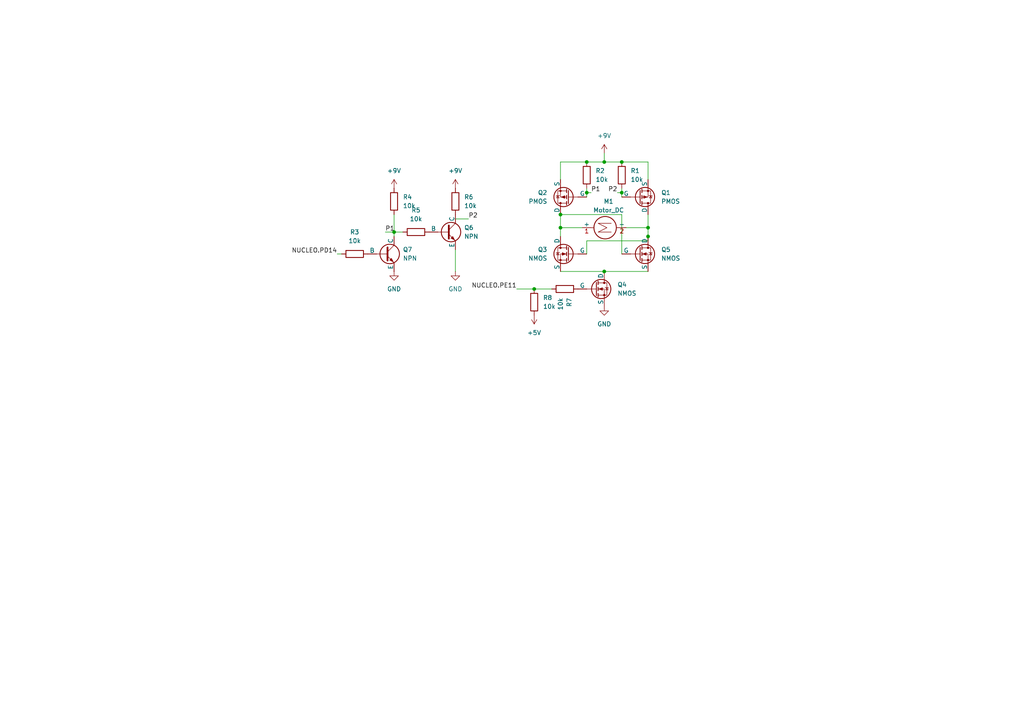
<source format=kicad_sch>
(kicad_sch
	(version 20250114)
	(generator "eeschema")
	(generator_version "9.0")
	(uuid "f6d27d4a-65ce-471e-a366-614f8476c2d8")
	(paper "A4")
	(lib_symbols
		(symbol "Device:R"
			(pin_numbers
				(hide yes)
			)
			(pin_names
				(offset 0)
			)
			(exclude_from_sim no)
			(in_bom yes)
			(on_board yes)
			(property "Reference" "R"
				(at 2.032 0 90)
				(effects
					(font
						(size 1.27 1.27)
					)
				)
			)
			(property "Value" "R"
				(at 0 0 90)
				(effects
					(font
						(size 1.27 1.27)
					)
				)
			)
			(property "Footprint" ""
				(at -1.778 0 90)
				(effects
					(font
						(size 1.27 1.27)
					)
					(hide yes)
				)
			)
			(property "Datasheet" "~"
				(at 0 0 0)
				(effects
					(font
						(size 1.27 1.27)
					)
					(hide yes)
				)
			)
			(property "Description" "Resistor"
				(at 0 0 0)
				(effects
					(font
						(size 1.27 1.27)
					)
					(hide yes)
				)
			)
			(property "ki_keywords" "R res resistor"
				(at 0 0 0)
				(effects
					(font
						(size 1.27 1.27)
					)
					(hide yes)
				)
			)
			(property "ki_fp_filters" "R_*"
				(at 0 0 0)
				(effects
					(font
						(size 1.27 1.27)
					)
					(hide yes)
				)
			)
			(symbol "R_0_1"
				(rectangle
					(start -1.016 -2.54)
					(end 1.016 2.54)
					(stroke
						(width 0.254)
						(type default)
					)
					(fill
						(type none)
					)
				)
			)
			(symbol "R_1_1"
				(pin passive line
					(at 0 3.81 270)
					(length 1.27)
					(name "~"
						(effects
							(font
								(size 1.27 1.27)
							)
						)
					)
					(number "1"
						(effects
							(font
								(size 1.27 1.27)
							)
						)
					)
				)
				(pin passive line
					(at 0 -3.81 90)
					(length 1.27)
					(name "~"
						(effects
							(font
								(size 1.27 1.27)
							)
						)
					)
					(number "2"
						(effects
							(font
								(size 1.27 1.27)
							)
						)
					)
				)
			)
			(embedded_fonts no)
		)
		(symbol "Motor:Motor_DC"
			(pin_names
				(offset 0)
			)
			(exclude_from_sim no)
			(in_bom yes)
			(on_board yes)
			(property "Reference" "M"
				(at 2.54 2.54 0)
				(effects
					(font
						(size 1.27 1.27)
					)
					(justify left)
				)
			)
			(property "Value" "Motor_DC"
				(at 2.54 -5.08 0)
				(effects
					(font
						(size 1.27 1.27)
					)
					(justify left top)
				)
			)
			(property "Footprint" ""
				(at 0 -2.286 0)
				(effects
					(font
						(size 1.27 1.27)
					)
					(hide yes)
				)
			)
			(property "Datasheet" "~"
				(at 0 -2.286 0)
				(effects
					(font
						(size 1.27 1.27)
					)
					(hide yes)
				)
			)
			(property "Description" "DC Motor"
				(at 0 0 0)
				(effects
					(font
						(size 1.27 1.27)
					)
					(hide yes)
				)
			)
			(property "ki_keywords" "DC Motor"
				(at 0 0 0)
				(effects
					(font
						(size 1.27 1.27)
					)
					(hide yes)
				)
			)
			(property "ki_fp_filters" "PinHeader*P2.54mm* TerminalBlock*"
				(at 0 0 0)
				(effects
					(font
						(size 1.27 1.27)
					)
					(hide yes)
				)
			)
			(symbol "Motor_DC_0_0"
				(polyline
					(pts
						(xy -1.27 -3.302) (xy -1.27 0.508) (xy 0 -2.032) (xy 1.27 0.508) (xy 1.27 -3.302)
					)
					(stroke
						(width 0)
						(type default)
					)
					(fill
						(type none)
					)
				)
			)
			(symbol "Motor_DC_0_1"
				(polyline
					(pts
						(xy 0 2.032) (xy 0 2.54)
					)
					(stroke
						(width 0)
						(type default)
					)
					(fill
						(type none)
					)
				)
				(polyline
					(pts
						(xy 0 1.7272) (xy 0 2.0828)
					)
					(stroke
						(width 0)
						(type default)
					)
					(fill
						(type none)
					)
				)
				(circle
					(center 0 -1.524)
					(radius 3.2512)
					(stroke
						(width 0.254)
						(type default)
					)
					(fill
						(type none)
					)
				)
				(polyline
					(pts
						(xy 0 -4.7752) (xy 0 -5.1816)
					)
					(stroke
						(width 0)
						(type default)
					)
					(fill
						(type none)
					)
				)
				(polyline
					(pts
						(xy 0 -7.62) (xy 0 -7.112)
					)
					(stroke
						(width 0)
						(type default)
					)
					(fill
						(type none)
					)
				)
			)
			(symbol "Motor_DC_1_1"
				(pin passive line
					(at 0 5.08 270)
					(length 2.54)
					(name "+"
						(effects
							(font
								(size 1.27 1.27)
							)
						)
					)
					(number "1"
						(effects
							(font
								(size 1.27 1.27)
							)
						)
					)
				)
				(pin passive line
					(at 0 -7.62 90)
					(length 2.54)
					(name "-"
						(effects
							(font
								(size 1.27 1.27)
							)
						)
					)
					(number "2"
						(effects
							(font
								(size 1.27 1.27)
							)
						)
					)
				)
			)
			(embedded_fonts no)
		)
		(symbol "Simulation_SPICE:NMOS"
			(pin_numbers
				(hide yes)
			)
			(pin_names
				(offset 0)
			)
			(exclude_from_sim no)
			(in_bom yes)
			(on_board yes)
			(property "Reference" "Q"
				(at 5.08 1.27 0)
				(effects
					(font
						(size 1.27 1.27)
					)
					(justify left)
				)
			)
			(property "Value" "NMOS"
				(at 5.08 -1.27 0)
				(effects
					(font
						(size 1.27 1.27)
					)
					(justify left)
				)
			)
			(property "Footprint" ""
				(at 5.08 2.54 0)
				(effects
					(font
						(size 1.27 1.27)
					)
					(hide yes)
				)
			)
			(property "Datasheet" "https://ngspice.sourceforge.io/docs/ngspice-html-manual/manual.xhtml#cha_MOSFETs"
				(at 0 -12.7 0)
				(effects
					(font
						(size 1.27 1.27)
					)
					(hide yes)
				)
			)
			(property "Description" "N-MOSFET transistor, drain/source/gate"
				(at 0 0 0)
				(effects
					(font
						(size 1.27 1.27)
					)
					(hide yes)
				)
			)
			(property "Sim.Device" "NMOS"
				(at 0 -17.145 0)
				(effects
					(font
						(size 1.27 1.27)
					)
					(hide yes)
				)
			)
			(property "Sim.Type" "VDMOS"
				(at 0 -19.05 0)
				(effects
					(font
						(size 1.27 1.27)
					)
					(hide yes)
				)
			)
			(property "Sim.Pins" "1=D 2=G 3=S"
				(at 0 -15.24 0)
				(effects
					(font
						(size 1.27 1.27)
					)
					(hide yes)
				)
			)
			(property "ki_keywords" "transistor NMOS N-MOS N-MOSFET simulation"
				(at 0 0 0)
				(effects
					(font
						(size 1.27 1.27)
					)
					(hide yes)
				)
			)
			(symbol "NMOS_0_1"
				(polyline
					(pts
						(xy 0.254 1.905) (xy 0.254 -1.905)
					)
					(stroke
						(width 0.254)
						(type default)
					)
					(fill
						(type none)
					)
				)
				(polyline
					(pts
						(xy 0.254 0) (xy -2.54 0)
					)
					(stroke
						(width 0)
						(type default)
					)
					(fill
						(type none)
					)
				)
				(polyline
					(pts
						(xy 0.762 2.286) (xy 0.762 1.27)
					)
					(stroke
						(width 0.254)
						(type default)
					)
					(fill
						(type none)
					)
				)
				(polyline
					(pts
						(xy 0.762 0.508) (xy 0.762 -0.508)
					)
					(stroke
						(width 0.254)
						(type default)
					)
					(fill
						(type none)
					)
				)
				(polyline
					(pts
						(xy 0.762 -1.27) (xy 0.762 -2.286)
					)
					(stroke
						(width 0.254)
						(type default)
					)
					(fill
						(type none)
					)
				)
				(polyline
					(pts
						(xy 0.762 -1.778) (xy 3.302 -1.778) (xy 3.302 1.778) (xy 0.762 1.778)
					)
					(stroke
						(width 0)
						(type default)
					)
					(fill
						(type none)
					)
				)
				(polyline
					(pts
						(xy 1.016 0) (xy 2.032 0.381) (xy 2.032 -0.381) (xy 1.016 0)
					)
					(stroke
						(width 0)
						(type default)
					)
					(fill
						(type outline)
					)
				)
				(circle
					(center 1.651 0)
					(radius 2.794)
					(stroke
						(width 0.254)
						(type default)
					)
					(fill
						(type none)
					)
				)
				(polyline
					(pts
						(xy 2.54 2.54) (xy 2.54 1.778)
					)
					(stroke
						(width 0)
						(type default)
					)
					(fill
						(type none)
					)
				)
				(circle
					(center 2.54 1.778)
					(radius 0.254)
					(stroke
						(width 0)
						(type default)
					)
					(fill
						(type outline)
					)
				)
				(circle
					(center 2.54 -1.778)
					(radius 0.254)
					(stroke
						(width 0)
						(type default)
					)
					(fill
						(type outline)
					)
				)
				(polyline
					(pts
						(xy 2.54 -2.54) (xy 2.54 0) (xy 0.762 0)
					)
					(stroke
						(width 0)
						(type default)
					)
					(fill
						(type none)
					)
				)
				(polyline
					(pts
						(xy 2.794 0.508) (xy 2.921 0.381) (xy 3.683 0.381) (xy 3.81 0.254)
					)
					(stroke
						(width 0)
						(type default)
					)
					(fill
						(type none)
					)
				)
				(polyline
					(pts
						(xy 3.302 0.381) (xy 2.921 -0.254) (xy 3.683 -0.254) (xy 3.302 0.381)
					)
					(stroke
						(width 0)
						(type default)
					)
					(fill
						(type none)
					)
				)
			)
			(symbol "NMOS_1_1"
				(pin input line
					(at -5.08 0 0)
					(length 2.54)
					(name "G"
						(effects
							(font
								(size 1.27 1.27)
							)
						)
					)
					(number "2"
						(effects
							(font
								(size 1.27 1.27)
							)
						)
					)
				)
				(pin passive line
					(at 2.54 5.08 270)
					(length 2.54)
					(name "D"
						(effects
							(font
								(size 1.27 1.27)
							)
						)
					)
					(number "1"
						(effects
							(font
								(size 1.27 1.27)
							)
						)
					)
				)
				(pin passive line
					(at 2.54 -5.08 90)
					(length 2.54)
					(name "S"
						(effects
							(font
								(size 1.27 1.27)
							)
						)
					)
					(number "3"
						(effects
							(font
								(size 1.27 1.27)
							)
						)
					)
				)
			)
			(embedded_fonts no)
		)
		(symbol "Simulation_SPICE:NPN"
			(pin_numbers
				(hide yes)
			)
			(pin_names
				(offset 0)
			)
			(exclude_from_sim no)
			(in_bom yes)
			(on_board yes)
			(property "Reference" "Q"
				(at -2.54 7.62 0)
				(effects
					(font
						(size 1.27 1.27)
					)
				)
			)
			(property "Value" "NPN"
				(at -2.54 5.08 0)
				(effects
					(font
						(size 1.27 1.27)
					)
				)
			)
			(property "Footprint" ""
				(at 63.5 0 0)
				(effects
					(font
						(size 1.27 1.27)
					)
					(hide yes)
				)
			)
			(property "Datasheet" "https://ngspice.sourceforge.io/docs/ngspice-html-manual/manual.xhtml#cha_BJTs"
				(at 63.5 0 0)
				(effects
					(font
						(size 1.27 1.27)
					)
					(hide yes)
				)
			)
			(property "Description" "Bipolar transistor symbol for simulation only, substrate tied to the emitter"
				(at 0 0 0)
				(effects
					(font
						(size 1.27 1.27)
					)
					(hide yes)
				)
			)
			(property "Sim.Device" "NPN"
				(at 0 0 0)
				(effects
					(font
						(size 1.27 1.27)
					)
					(hide yes)
				)
			)
			(property "Sim.Type" "GUMMELPOON"
				(at 0 0 0)
				(effects
					(font
						(size 1.27 1.27)
					)
					(hide yes)
				)
			)
			(property "Sim.Pins" "1=C 2=B 3=E"
				(at 0 0 0)
				(effects
					(font
						(size 1.27 1.27)
					)
					(hide yes)
				)
			)
			(property "ki_keywords" "simulation"
				(at 0 0 0)
				(effects
					(font
						(size 1.27 1.27)
					)
					(hide yes)
				)
			)
			(symbol "NPN_0_1"
				(polyline
					(pts
						(xy -2.54 0) (xy 0.635 0)
					)
					(stroke
						(width 0.1524)
						(type default)
					)
					(fill
						(type none)
					)
				)
				(polyline
					(pts
						(xy 0.635 1.905) (xy 0.635 -1.905) (xy 0.635 -1.905)
					)
					(stroke
						(width 0.508)
						(type default)
					)
					(fill
						(type none)
					)
				)
				(polyline
					(pts
						(xy 0.635 0.635) (xy 2.54 2.54)
					)
					(stroke
						(width 0)
						(type default)
					)
					(fill
						(type none)
					)
				)
				(polyline
					(pts
						(xy 0.635 -0.635) (xy 2.54 -2.54) (xy 2.54 -2.54)
					)
					(stroke
						(width 0)
						(type default)
					)
					(fill
						(type none)
					)
				)
				(circle
					(center 1.27 0)
					(radius 2.8194)
					(stroke
						(width 0.254)
						(type default)
					)
					(fill
						(type none)
					)
				)
				(polyline
					(pts
						(xy 1.27 -1.778) (xy 1.778 -1.27) (xy 2.286 -2.286) (xy 1.27 -1.778) (xy 1.27 -1.778)
					)
					(stroke
						(width 0)
						(type default)
					)
					(fill
						(type outline)
					)
				)
				(polyline
					(pts
						(xy 2.794 -1.27) (xy 2.794 -1.27)
					)
					(stroke
						(width 0.1524)
						(type default)
					)
					(fill
						(type none)
					)
				)
				(polyline
					(pts
						(xy 2.794 -1.27) (xy 2.794 -1.27)
					)
					(stroke
						(width 0.1524)
						(type default)
					)
					(fill
						(type none)
					)
				)
			)
			(symbol "NPN_1_1"
				(pin input line
					(at -5.08 0 0)
					(length 2.54)
					(name "B"
						(effects
							(font
								(size 1.27 1.27)
							)
						)
					)
					(number "2"
						(effects
							(font
								(size 1.27 1.27)
							)
						)
					)
				)
				(pin open_collector line
					(at 2.54 5.08 270)
					(length 2.54)
					(name "C"
						(effects
							(font
								(size 1.27 1.27)
							)
						)
					)
					(number "1"
						(effects
							(font
								(size 1.27 1.27)
							)
						)
					)
				)
				(pin open_emitter line
					(at 2.54 -5.08 90)
					(length 2.54)
					(name "E"
						(effects
							(font
								(size 1.27 1.27)
							)
						)
					)
					(number "3"
						(effects
							(font
								(size 1.27 1.27)
							)
						)
					)
				)
			)
			(embedded_fonts no)
		)
		(symbol "Simulation_SPICE:PMOS"
			(pin_numbers
				(hide yes)
			)
			(pin_names
				(offset 0)
			)
			(exclude_from_sim no)
			(in_bom yes)
			(on_board yes)
			(property "Reference" "Q"
				(at 5.08 1.27 0)
				(effects
					(font
						(size 1.27 1.27)
					)
					(justify left)
				)
			)
			(property "Value" "PMOS"
				(at 5.08 -1.27 0)
				(effects
					(font
						(size 1.27 1.27)
					)
					(justify left)
				)
			)
			(property "Footprint" ""
				(at 5.08 2.54 0)
				(effects
					(font
						(size 1.27 1.27)
					)
					(hide yes)
				)
			)
			(property "Datasheet" "https://ngspice.sourceforge.io/docs/ngspice-html-manual/manual.xhtml#cha_MOSFETs"
				(at 0 -12.7 0)
				(effects
					(font
						(size 1.27 1.27)
					)
					(hide yes)
				)
			)
			(property "Description" "P-MOSFET transistor, drain/source/gate"
				(at 0 0 0)
				(effects
					(font
						(size 1.27 1.27)
					)
					(hide yes)
				)
			)
			(property "Sim.Device" "PMOS"
				(at 0 -17.145 0)
				(effects
					(font
						(size 1.27 1.27)
					)
					(hide yes)
				)
			)
			(property "Sim.Type" "VDMOS"
				(at 0 -19.05 0)
				(effects
					(font
						(size 1.27 1.27)
					)
					(hide yes)
				)
			)
			(property "Sim.Pins" "1=D 2=G 3=S"
				(at 0 -15.24 0)
				(effects
					(font
						(size 1.27 1.27)
					)
					(hide yes)
				)
			)
			(property "ki_keywords" "transistor PMOS P-MOS P-MOSFET simulation"
				(at 0 0 0)
				(effects
					(font
						(size 1.27 1.27)
					)
					(hide yes)
				)
			)
			(symbol "PMOS_0_1"
				(polyline
					(pts
						(xy 0.254 1.905) (xy 0.254 -1.905)
					)
					(stroke
						(width 0.254)
						(type default)
					)
					(fill
						(type none)
					)
				)
				(polyline
					(pts
						(xy 0.254 0) (xy -2.54 0)
					)
					(stroke
						(width 0)
						(type default)
					)
					(fill
						(type none)
					)
				)
				(polyline
					(pts
						(xy 0.762 2.286) (xy 0.762 1.27)
					)
					(stroke
						(width 0.254)
						(type default)
					)
					(fill
						(type none)
					)
				)
				(polyline
					(pts
						(xy 0.762 1.778) (xy 3.302 1.778) (xy 3.302 -1.778) (xy 0.762 -1.778)
					)
					(stroke
						(width 0)
						(type default)
					)
					(fill
						(type none)
					)
				)
				(polyline
					(pts
						(xy 0.762 0.508) (xy 0.762 -0.508)
					)
					(stroke
						(width 0.254)
						(type default)
					)
					(fill
						(type none)
					)
				)
				(polyline
					(pts
						(xy 0.762 -1.27) (xy 0.762 -2.286)
					)
					(stroke
						(width 0.254)
						(type default)
					)
					(fill
						(type none)
					)
				)
				(circle
					(center 1.651 0)
					(radius 2.794)
					(stroke
						(width 0.254)
						(type default)
					)
					(fill
						(type none)
					)
				)
				(polyline
					(pts
						(xy 2.286 0) (xy 1.27 0.381) (xy 1.27 -0.381) (xy 2.286 0)
					)
					(stroke
						(width 0)
						(type default)
					)
					(fill
						(type outline)
					)
				)
				(polyline
					(pts
						(xy 2.54 2.54) (xy 2.54 1.778)
					)
					(stroke
						(width 0)
						(type default)
					)
					(fill
						(type none)
					)
				)
				(circle
					(center 2.54 1.778)
					(radius 0.254)
					(stroke
						(width 0)
						(type default)
					)
					(fill
						(type outline)
					)
				)
				(circle
					(center 2.54 -1.778)
					(radius 0.254)
					(stroke
						(width 0)
						(type default)
					)
					(fill
						(type outline)
					)
				)
				(polyline
					(pts
						(xy 2.54 -2.54) (xy 2.54 0) (xy 0.762 0)
					)
					(stroke
						(width 0)
						(type default)
					)
					(fill
						(type none)
					)
				)
				(polyline
					(pts
						(xy 2.794 -0.508) (xy 2.921 -0.381) (xy 3.683 -0.381) (xy 3.81 -0.254)
					)
					(stroke
						(width 0)
						(type default)
					)
					(fill
						(type none)
					)
				)
				(polyline
					(pts
						(xy 3.302 -0.381) (xy 2.921 0.254) (xy 3.683 0.254) (xy 3.302 -0.381)
					)
					(stroke
						(width 0)
						(type default)
					)
					(fill
						(type none)
					)
				)
			)
			(symbol "PMOS_1_1"
				(pin input line
					(at -5.08 0 0)
					(length 2.54)
					(name "G"
						(effects
							(font
								(size 1.27 1.27)
							)
						)
					)
					(number "2"
						(effects
							(font
								(size 1.27 1.27)
							)
						)
					)
				)
				(pin passive line
					(at 2.54 5.08 270)
					(length 2.54)
					(name "D"
						(effects
							(font
								(size 1.27 1.27)
							)
						)
					)
					(number "1"
						(effects
							(font
								(size 1.27 1.27)
							)
						)
					)
				)
				(pin passive line
					(at 2.54 -5.08 90)
					(length 2.54)
					(name "S"
						(effects
							(font
								(size 1.27 1.27)
							)
						)
					)
					(number "3"
						(effects
							(font
								(size 1.27 1.27)
							)
						)
					)
				)
			)
			(embedded_fonts no)
		)
		(symbol "power:+5V"
			(power)
			(pin_numbers
				(hide yes)
			)
			(pin_names
				(offset 0)
				(hide yes)
			)
			(exclude_from_sim no)
			(in_bom yes)
			(on_board yes)
			(property "Reference" "#PWR"
				(at 0 -3.81 0)
				(effects
					(font
						(size 1.27 1.27)
					)
					(hide yes)
				)
			)
			(property "Value" "+5V"
				(at 0 3.556 0)
				(effects
					(font
						(size 1.27 1.27)
					)
				)
			)
			(property "Footprint" ""
				(at 0 0 0)
				(effects
					(font
						(size 1.27 1.27)
					)
					(hide yes)
				)
			)
			(property "Datasheet" ""
				(at 0 0 0)
				(effects
					(font
						(size 1.27 1.27)
					)
					(hide yes)
				)
			)
			(property "Description" "Power symbol creates a global label with name \"+5V\""
				(at 0 0 0)
				(effects
					(font
						(size 1.27 1.27)
					)
					(hide yes)
				)
			)
			(property "ki_keywords" "global power"
				(at 0 0 0)
				(effects
					(font
						(size 1.27 1.27)
					)
					(hide yes)
				)
			)
			(symbol "+5V_0_1"
				(polyline
					(pts
						(xy -0.762 1.27) (xy 0 2.54)
					)
					(stroke
						(width 0)
						(type default)
					)
					(fill
						(type none)
					)
				)
				(polyline
					(pts
						(xy 0 2.54) (xy 0.762 1.27)
					)
					(stroke
						(width 0)
						(type default)
					)
					(fill
						(type none)
					)
				)
				(polyline
					(pts
						(xy 0 0) (xy 0 2.54)
					)
					(stroke
						(width 0)
						(type default)
					)
					(fill
						(type none)
					)
				)
			)
			(symbol "+5V_1_1"
				(pin power_in line
					(at 0 0 90)
					(length 0)
					(name "~"
						(effects
							(font
								(size 1.27 1.27)
							)
						)
					)
					(number "1"
						(effects
							(font
								(size 1.27 1.27)
							)
						)
					)
				)
			)
			(embedded_fonts no)
		)
		(symbol "power:+9V"
			(power)
			(pin_numbers
				(hide yes)
			)
			(pin_names
				(offset 0)
				(hide yes)
			)
			(exclude_from_sim no)
			(in_bom yes)
			(on_board yes)
			(property "Reference" "#PWR"
				(at 0 -3.81 0)
				(effects
					(font
						(size 1.27 1.27)
					)
					(hide yes)
				)
			)
			(property "Value" "+9V"
				(at 0 3.556 0)
				(effects
					(font
						(size 1.27 1.27)
					)
				)
			)
			(property "Footprint" ""
				(at 0 0 0)
				(effects
					(font
						(size 1.27 1.27)
					)
					(hide yes)
				)
			)
			(property "Datasheet" ""
				(at 0 0 0)
				(effects
					(font
						(size 1.27 1.27)
					)
					(hide yes)
				)
			)
			(property "Description" "Power symbol creates a global label with name \"+9V\""
				(at 0 0 0)
				(effects
					(font
						(size 1.27 1.27)
					)
					(hide yes)
				)
			)
			(property "ki_keywords" "global power"
				(at 0 0 0)
				(effects
					(font
						(size 1.27 1.27)
					)
					(hide yes)
				)
			)
			(symbol "+9V_0_1"
				(polyline
					(pts
						(xy -0.762 1.27) (xy 0 2.54)
					)
					(stroke
						(width 0)
						(type default)
					)
					(fill
						(type none)
					)
				)
				(polyline
					(pts
						(xy 0 2.54) (xy 0.762 1.27)
					)
					(stroke
						(width 0)
						(type default)
					)
					(fill
						(type none)
					)
				)
				(polyline
					(pts
						(xy 0 0) (xy 0 2.54)
					)
					(stroke
						(width 0)
						(type default)
					)
					(fill
						(type none)
					)
				)
			)
			(symbol "+9V_1_1"
				(pin power_in line
					(at 0 0 90)
					(length 0)
					(name "~"
						(effects
							(font
								(size 1.27 1.27)
							)
						)
					)
					(number "1"
						(effects
							(font
								(size 1.27 1.27)
							)
						)
					)
				)
			)
			(embedded_fonts no)
		)
		(symbol "power:GND"
			(power)
			(pin_numbers
				(hide yes)
			)
			(pin_names
				(offset 0)
				(hide yes)
			)
			(exclude_from_sim no)
			(in_bom yes)
			(on_board yes)
			(property "Reference" "#PWR"
				(at 0 -6.35 0)
				(effects
					(font
						(size 1.27 1.27)
					)
					(hide yes)
				)
			)
			(property "Value" "GND"
				(at 0 -3.81 0)
				(effects
					(font
						(size 1.27 1.27)
					)
				)
			)
			(property "Footprint" ""
				(at 0 0 0)
				(effects
					(font
						(size 1.27 1.27)
					)
					(hide yes)
				)
			)
			(property "Datasheet" ""
				(at 0 0 0)
				(effects
					(font
						(size 1.27 1.27)
					)
					(hide yes)
				)
			)
			(property "Description" "Power symbol creates a global label with name \"GND\" , ground"
				(at 0 0 0)
				(effects
					(font
						(size 1.27 1.27)
					)
					(hide yes)
				)
			)
			(property "ki_keywords" "global power"
				(at 0 0 0)
				(effects
					(font
						(size 1.27 1.27)
					)
					(hide yes)
				)
			)
			(symbol "GND_0_1"
				(polyline
					(pts
						(xy 0 0) (xy 0 -1.27) (xy 1.27 -1.27) (xy 0 -2.54) (xy -1.27 -1.27) (xy 0 -1.27)
					)
					(stroke
						(width 0)
						(type default)
					)
					(fill
						(type none)
					)
				)
			)
			(symbol "GND_1_1"
				(pin power_in line
					(at 0 0 270)
					(length 0)
					(name "~"
						(effects
							(font
								(size 1.27 1.27)
							)
						)
					)
					(number "1"
						(effects
							(font
								(size 1.27 1.27)
							)
						)
					)
				)
			)
			(embedded_fonts no)
		)
	)
	(junction
		(at 187.96 68.58)
		(diameter 0)
		(color 0 0 0 0)
		(uuid "00cc9257-d8f8-439f-9ec3-484ccb35aa12")
	)
	(junction
		(at 114.3 67.31)
		(diameter 0)
		(color 0 0 0 0)
		(uuid "16ce60ae-ce36-4081-9877-9efc428afdea")
	)
	(junction
		(at 162.56 66.04)
		(diameter 0)
		(color 0 0 0 0)
		(uuid "28bd0f02-7d40-4f01-9c17-8d8e5dadfaaa")
	)
	(junction
		(at 154.94 83.82)
		(diameter 0)
		(color 0 0 0 0)
		(uuid "2b502baf-cb94-4b85-8e7a-4009a9faed4e")
	)
	(junction
		(at 187.96 66.04)
		(diameter 0)
		(color 0 0 0 0)
		(uuid "355611dd-46d8-4234-a6a8-5e9d920b0b44")
	)
	(junction
		(at 180.34 46.99)
		(diameter 0)
		(color 0 0 0 0)
		(uuid "3eac2e45-aff7-4e57-a82a-f132ecbcb882")
	)
	(junction
		(at 175.26 46.99)
		(diameter 0)
		(color 0 0 0 0)
		(uuid "4149fd47-4f87-41a8-b0a8-935997bf858c")
	)
	(junction
		(at 170.18 55.88)
		(diameter 0)
		(color 0 0 0 0)
		(uuid "78780eef-81db-4146-9812-5606e06e0914")
	)
	(junction
		(at 170.18 46.99)
		(diameter 0)
		(color 0 0 0 0)
		(uuid "a0e43f0e-1cfe-4007-8d4d-389df2dcdf98")
	)
	(junction
		(at 162.56 62.23)
		(diameter 0)
		(color 0 0 0 0)
		(uuid "a3c661e4-237c-4318-b70a-37b7ef27d492")
	)
	(junction
		(at 175.26 78.74)
		(diameter 0)
		(color 0 0 0 0)
		(uuid "acd75062-1df6-49ec-b343-d74a53e17657")
	)
	(junction
		(at 180.34 55.88)
		(diameter 0)
		(color 0 0 0 0)
		(uuid "bfd4a522-3610-4859-adcd-6debda93523b")
	)
	(wire
		(pts
			(xy 170.18 46.99) (xy 175.26 46.99)
		)
		(stroke
			(width 0)
			(type default)
		)
		(uuid "020c1e29-5e93-4e5d-8472-a8a73b99893d")
	)
	(wire
		(pts
			(xy 180.34 62.23) (xy 180.34 73.66)
		)
		(stroke
			(width 0)
			(type default)
		)
		(uuid "0cbcd4b2-6aaf-4b5b-a33c-dc7998c78a2f")
	)
	(wire
		(pts
			(xy 187.96 69.85) (xy 187.96 68.58)
		)
		(stroke
			(width 0)
			(type default)
		)
		(uuid "0dd12dca-77af-4330-afac-23b580c23d79")
	)
	(wire
		(pts
			(xy 162.56 66.04) (xy 162.56 68.58)
		)
		(stroke
			(width 0)
			(type default)
		)
		(uuid "14d6d742-8563-4781-b7ab-a6d08ce0ac3a")
	)
	(wire
		(pts
			(xy 187.96 46.99) (xy 187.96 52.07)
		)
		(stroke
			(width 0)
			(type default)
		)
		(uuid "1fc9cb9b-ace6-4419-8de8-acab933a9e9f")
	)
	(wire
		(pts
			(xy 149.86 83.82) (xy 154.94 83.82)
		)
		(stroke
			(width 0)
			(type default)
		)
		(uuid "244b9463-7987-4a81-97cb-34730590838c")
	)
	(wire
		(pts
			(xy 114.3 62.23) (xy 114.3 67.31)
		)
		(stroke
			(width 0)
			(type default)
		)
		(uuid "393c3cfe-2d9d-453c-90e8-75dcadf961a1")
	)
	(wire
		(pts
			(xy 187.96 66.04) (xy 187.96 68.58)
		)
		(stroke
			(width 0)
			(type default)
		)
		(uuid "3cc19172-69a5-4367-a4a1-2d739069265a")
	)
	(wire
		(pts
			(xy 114.3 67.31) (xy 114.3 68.58)
		)
		(stroke
			(width 0)
			(type default)
		)
		(uuid "3f233dcd-8958-403e-8e5d-30b480b9ead9")
	)
	(wire
		(pts
			(xy 114.3 67.31) (xy 116.84 67.31)
		)
		(stroke
			(width 0)
			(type default)
		)
		(uuid "461e25e8-63ac-4012-a307-d466e757e6be")
	)
	(wire
		(pts
			(xy 154.94 83.82) (xy 160.02 83.82)
		)
		(stroke
			(width 0)
			(type default)
		)
		(uuid "5b652cba-1a00-450b-8b33-35a6c567d004")
	)
	(wire
		(pts
			(xy 132.08 63.5) (xy 135.89 63.5)
		)
		(stroke
			(width 0)
			(type default)
		)
		(uuid "5fa25950-04e4-4c83-880c-3b95022f97bc")
	)
	(wire
		(pts
			(xy 187.96 62.23) (xy 187.96 66.04)
		)
		(stroke
			(width 0)
			(type default)
		)
		(uuid "63834986-910e-4bb7-a7ae-27cf265ec094")
	)
	(wire
		(pts
			(xy 162.56 46.99) (xy 162.56 52.07)
		)
		(stroke
			(width 0)
			(type default)
		)
		(uuid "65b25207-cb66-4a82-bda1-a645d2c7628a")
	)
	(wire
		(pts
			(xy 162.56 62.23) (xy 180.34 62.23)
		)
		(stroke
			(width 0)
			(type default)
		)
		(uuid "681566bd-1d64-4f3a-84ec-464054365068")
	)
	(wire
		(pts
			(xy 170.18 54.61) (xy 170.18 55.88)
		)
		(stroke
			(width 0)
			(type default)
		)
		(uuid "6a30de27-2233-49d9-a862-8f38225ffa10")
	)
	(wire
		(pts
			(xy 180.34 54.61) (xy 180.34 55.88)
		)
		(stroke
			(width 0)
			(type default)
		)
		(uuid "763bed46-dd7e-463c-a9cf-066ed235f179")
	)
	(wire
		(pts
			(xy 187.96 69.85) (xy 170.18 69.85)
		)
		(stroke
			(width 0)
			(type default)
		)
		(uuid "79c04482-7cf8-495a-b928-3c0757fdab5c")
	)
	(wire
		(pts
			(xy 162.56 62.23) (xy 162.56 66.04)
		)
		(stroke
			(width 0)
			(type default)
		)
		(uuid "7cbe93db-18a1-426f-bbe4-d62344493c13")
	)
	(wire
		(pts
			(xy 162.56 66.04) (xy 168.91 66.04)
		)
		(stroke
			(width 0)
			(type default)
		)
		(uuid "87078ffa-3e6c-4d32-83db-f4051470d12e")
	)
	(wire
		(pts
			(xy 181.61 66.04) (xy 187.96 66.04)
		)
		(stroke
			(width 0)
			(type default)
		)
		(uuid "96c97486-4938-44d2-84ff-16380e2fcf92")
	)
	(wire
		(pts
			(xy 162.56 46.99) (xy 170.18 46.99)
		)
		(stroke
			(width 0)
			(type default)
		)
		(uuid "99ad5a8a-c35e-417e-8525-a05c8b3c966e")
	)
	(wire
		(pts
			(xy 170.18 55.88) (xy 171.45 55.88)
		)
		(stroke
			(width 0)
			(type default)
		)
		(uuid "af98ea63-f232-434a-b7d6-196d95e3a197")
	)
	(wire
		(pts
			(xy 170.18 69.85) (xy 170.18 73.66)
		)
		(stroke
			(width 0)
			(type default)
		)
		(uuid "cc64e1ce-85fa-4556-bb88-01f86920fbc1")
	)
	(wire
		(pts
			(xy 111.76 67.31) (xy 114.3 67.31)
		)
		(stroke
			(width 0)
			(type default)
		)
		(uuid "cf6cb5f9-a819-48cb-9296-9beb1b659b41")
	)
	(wire
		(pts
			(xy 132.08 72.39) (xy 132.08 78.74)
		)
		(stroke
			(width 0)
			(type default)
		)
		(uuid "d0136e80-dd43-4bfc-94c0-13621718597f")
	)
	(wire
		(pts
			(xy 97.79 73.66) (xy 99.06 73.66)
		)
		(stroke
			(width 0)
			(type default)
		)
		(uuid "d9353106-364e-4caa-8665-d8f6d08f2947")
	)
	(wire
		(pts
			(xy 180.34 46.99) (xy 187.96 46.99)
		)
		(stroke
			(width 0)
			(type default)
		)
		(uuid "dc3bc734-1386-4caa-b3f5-c3872bd88618")
	)
	(wire
		(pts
			(xy 162.56 78.74) (xy 175.26 78.74)
		)
		(stroke
			(width 0)
			(type default)
		)
		(uuid "e376ebb0-872f-4c0a-b06e-993f2c77c2eb")
	)
	(wire
		(pts
			(xy 175.26 78.74) (xy 187.96 78.74)
		)
		(stroke
			(width 0)
			(type default)
		)
		(uuid "ef35945d-1c9b-4e31-9b87-a31743f2c658")
	)
	(wire
		(pts
			(xy 179.07 55.88) (xy 180.34 55.88)
		)
		(stroke
			(width 0)
			(type default)
		)
		(uuid "f7a086a5-bbc4-49a8-a82a-004da9c1bda5")
	)
	(wire
		(pts
			(xy 175.26 44.45) (xy 175.26 46.99)
		)
		(stroke
			(width 0)
			(type default)
		)
		(uuid "f9ac93e3-d1e9-4626-a92a-333b30b6f85d")
	)
	(wire
		(pts
			(xy 170.18 55.88) (xy 170.18 57.15)
		)
		(stroke
			(width 0)
			(type default)
		)
		(uuid "fa54dad7-98ce-457b-a927-2cc406242c72")
	)
	(wire
		(pts
			(xy 180.34 55.88) (xy 180.34 57.15)
		)
		(stroke
			(width 0)
			(type default)
		)
		(uuid "fa6990e6-fc44-43fe-ad4b-26045ae4ddfe")
	)
	(wire
		(pts
			(xy 175.26 46.99) (xy 180.34 46.99)
		)
		(stroke
			(width 0)
			(type default)
		)
		(uuid "ff7ccd37-dc74-4fd1-a0e9-83e05791c581")
	)
	(label "P2"
		(at 135.89 63.5 0)
		(effects
			(font
				(size 1.27 1.27)
			)
			(justify left bottom)
		)
		(uuid "63582f4c-1e90-4655-a894-b99151a6e48e")
	)
	(label "NUCLEO.PD14"
		(at 97.79 73.66 180)
		(effects
			(font
				(size 1.27 1.27)
			)
			(justify right bottom)
		)
		(uuid "6c9d5cd8-a5e1-4903-9d3f-3fc15c75de1d")
	)
	(label "P1"
		(at 171.45 55.88 0)
		(effects
			(font
				(size 1.27 1.27)
			)
			(justify left bottom)
		)
		(uuid "bfb98c62-66d9-4a6b-9be2-a7dc6037334f")
	)
	(label "P1"
		(at 111.76 67.31 0)
		(effects
			(font
				(size 1.27 1.27)
			)
			(justify left bottom)
		)
		(uuid "c63325ac-ec51-43c8-91c8-db7f7a5ff7c5")
	)
	(label "P2"
		(at 179.07 55.88 180)
		(effects
			(font
				(size 1.27 1.27)
			)
			(justify right bottom)
		)
		(uuid "c741187c-a26b-49c2-bc62-0780a7cbe23f")
	)
	(label "NUCLEO.PE11"
		(at 149.86 83.82 180)
		(effects
			(font
				(size 1.27 1.27)
			)
			(justify right bottom)
		)
		(uuid "f4567c07-6721-49cc-803c-3e53abe17d4d")
	)
	(symbol
		(lib_id "power:+9V")
		(at 175.26 44.45 0)
		(unit 1)
		(exclude_from_sim no)
		(in_bom yes)
		(on_board yes)
		(dnp no)
		(fields_autoplaced yes)
		(uuid "0ea2e212-a0f4-498e-9faa-18eb205a53b7")
		(property "Reference" "#PWR03"
			(at 175.26 48.26 0)
			(effects
				(font
					(size 1.27 1.27)
				)
				(hide yes)
			)
		)
		(property "Value" "+9V"
			(at 175.26 39.37 0)
			(effects
				(font
					(size 1.27 1.27)
				)
			)
		)
		(property "Footprint" ""
			(at 175.26 44.45 0)
			(effects
				(font
					(size 1.27 1.27)
				)
				(hide yes)
			)
		)
		(property "Datasheet" ""
			(at 175.26 44.45 0)
			(effects
				(font
					(size 1.27 1.27)
				)
				(hide yes)
			)
		)
		(property "Description" "Power symbol creates a global label with name \"+9V\""
			(at 175.26 44.45 0)
			(effects
				(font
					(size 1.27 1.27)
				)
				(hide yes)
			)
		)
		(pin "1"
			(uuid "e4789b85-d510-4fff-ae0c-1e87a5c78c12")
		)
		(instances
			(project "h-bridge"
				(path "/f6d27d4a-65ce-471e-a366-614f8476c2d8"
					(reference "#PWR03")
					(unit 1)
				)
			)
		)
	)
	(symbol
		(lib_id "Device:R")
		(at 180.34 50.8 0)
		(unit 1)
		(exclude_from_sim no)
		(in_bom yes)
		(on_board yes)
		(dnp no)
		(fields_autoplaced yes)
		(uuid "1c4a8db6-f16d-4bfc-8efb-addc0c549aca")
		(property "Reference" "R1"
			(at 182.88 49.5299 0)
			(effects
				(font
					(size 1.27 1.27)
				)
				(justify left)
			)
		)
		(property "Value" "10k"
			(at 182.88 52.0699 0)
			(effects
				(font
					(size 1.27 1.27)
				)
				(justify left)
			)
		)
		(property "Footprint" ""
			(at 178.562 50.8 90)
			(effects
				(font
					(size 1.27 1.27)
				)
				(hide yes)
			)
		)
		(property "Datasheet" "~"
			(at 180.34 50.8 0)
			(effects
				(font
					(size 1.27 1.27)
				)
				(hide yes)
			)
		)
		(property "Description" "Resistor"
			(at 180.34 50.8 0)
			(effects
				(font
					(size 1.27 1.27)
				)
				(hide yes)
			)
		)
		(pin "1"
			(uuid "1c18c0fa-9a3c-4481-8ae8-d1cde99ec4b2")
		)
		(pin "2"
			(uuid "762a5146-bd8e-4741-a853-46a0a5d5b8f9")
		)
		(instances
			(project ""
				(path "/f6d27d4a-65ce-471e-a366-614f8476c2d8"
					(reference "R1")
					(unit 1)
				)
			)
		)
	)
	(symbol
		(lib_id "Simulation_SPICE:NPN")
		(at 129.54 67.31 0)
		(unit 1)
		(exclude_from_sim no)
		(in_bom yes)
		(on_board yes)
		(dnp no)
		(fields_autoplaced yes)
		(uuid "206c007f-1115-4050-a1e0-4f9bf224bb26")
		(property "Reference" "Q6"
			(at 134.62 66.0399 0)
			(effects
				(font
					(size 1.27 1.27)
				)
				(justify left)
			)
		)
		(property "Value" "NPN"
			(at 134.62 68.5799 0)
			(effects
				(font
					(size 1.27 1.27)
				)
				(justify left)
			)
		)
		(property "Footprint" ""
			(at 193.04 67.31 0)
			(effects
				(font
					(size 1.27 1.27)
				)
				(hide yes)
			)
		)
		(property "Datasheet" "https://ngspice.sourceforge.io/docs/ngspice-html-manual/manual.xhtml#cha_BJTs"
			(at 193.04 67.31 0)
			(effects
				(font
					(size 1.27 1.27)
				)
				(hide yes)
			)
		)
		(property "Description" "Bipolar transistor symbol for simulation only, substrate tied to the emitter"
			(at 129.54 67.31 0)
			(effects
				(font
					(size 1.27 1.27)
				)
				(hide yes)
			)
		)
		(property "Sim.Device" "NPN"
			(at 129.54 67.31 0)
			(effects
				(font
					(size 1.27 1.27)
				)
				(hide yes)
			)
		)
		(property "Sim.Type" "GUMMELPOON"
			(at 129.54 67.31 0)
			(effects
				(font
					(size 1.27 1.27)
				)
				(hide yes)
			)
		)
		(property "Sim.Pins" "1=C 2=B 3=E"
			(at 129.54 67.31 0)
			(effects
				(font
					(size 1.27 1.27)
				)
				(hide yes)
			)
		)
		(pin "3"
			(uuid "50dc3669-bc5f-4e0d-8905-f4183f156bbe")
		)
		(pin "1"
			(uuid "3eecddde-8432-44b5-84ff-f940a9140eec")
		)
		(pin "2"
			(uuid "34114ec6-0b6a-4e25-9eb7-35ef99d813d5")
		)
		(instances
			(project ""
				(path "/f6d27d4a-65ce-471e-a366-614f8476c2d8"
					(reference "Q6")
					(unit 1)
				)
			)
		)
	)
	(symbol
		(lib_id "Simulation_SPICE:NMOS")
		(at 185.42 73.66 0)
		(unit 1)
		(exclude_from_sim no)
		(in_bom yes)
		(on_board yes)
		(dnp no)
		(fields_autoplaced yes)
		(uuid "2ea0a410-66a4-474a-a866-ac0f4bf296ec")
		(property "Reference" "Q5"
			(at 191.77 72.3899 0)
			(effects
				(font
					(size 1.27 1.27)
				)
				(justify left)
			)
		)
		(property "Value" "NMOS"
			(at 191.77 74.9299 0)
			(effects
				(font
					(size 1.27 1.27)
				)
				(justify left)
			)
		)
		(property "Footprint" ""
			(at 190.5 71.12 0)
			(effects
				(font
					(size 1.27 1.27)
				)
				(hide yes)
			)
		)
		(property "Datasheet" "https://ngspice.sourceforge.io/docs/ngspice-html-manual/manual.xhtml#cha_MOSFETs"
			(at 185.42 86.36 0)
			(effects
				(font
					(size 1.27 1.27)
				)
				(hide yes)
			)
		)
		(property "Description" "N-MOSFET transistor, drain/source/gate"
			(at 185.42 73.66 0)
			(effects
				(font
					(size 1.27 1.27)
				)
				(hide yes)
			)
		)
		(property "Sim.Device" "NMOS"
			(at 185.42 90.805 0)
			(effects
				(font
					(size 1.27 1.27)
				)
				(hide yes)
			)
		)
		(property "Sim.Type" "VDMOS"
			(at 185.42 92.71 0)
			(effects
				(font
					(size 1.27 1.27)
				)
				(hide yes)
			)
		)
		(property "Sim.Pins" "1=D 2=G 3=S"
			(at 185.42 88.9 0)
			(effects
				(font
					(size 1.27 1.27)
				)
				(hide yes)
			)
		)
		(pin "3"
			(uuid "f5c47782-2e06-425d-ab4c-2d63dbc38f2d")
		)
		(pin "1"
			(uuid "88c54903-3a75-4ce5-a429-ecf981300c9e")
		)
		(pin "2"
			(uuid "0a769889-d093-4bd5-8794-9f2cea686977")
		)
		(instances
			(project "h-bridge"
				(path "/f6d27d4a-65ce-471e-a366-614f8476c2d8"
					(reference "Q5")
					(unit 1)
				)
			)
		)
	)
	(symbol
		(lib_id "power:+5V")
		(at 154.94 91.44 0)
		(mirror x)
		(unit 1)
		(exclude_from_sim no)
		(in_bom yes)
		(on_board yes)
		(dnp no)
		(uuid "30d922a7-d2b9-4e9b-bf09-7dc59a6ddf4f")
		(property "Reference" "#PWR09"
			(at 154.94 87.63 0)
			(effects
				(font
					(size 1.27 1.27)
				)
				(hide yes)
			)
		)
		(property "Value" "+5V"
			(at 154.94 96.52 0)
			(effects
				(font
					(size 1.27 1.27)
				)
			)
		)
		(property "Footprint" ""
			(at 154.94 91.44 0)
			(effects
				(font
					(size 1.27 1.27)
				)
				(hide yes)
			)
		)
		(property "Datasheet" ""
			(at 154.94 91.44 0)
			(effects
				(font
					(size 1.27 1.27)
				)
				(hide yes)
			)
		)
		(property "Description" "Power symbol creates a global label with name \"+5V\""
			(at 154.94 91.44 0)
			(effects
				(font
					(size 1.27 1.27)
				)
				(hide yes)
			)
		)
		(pin "1"
			(uuid "0be5136b-9f83-48fa-bba4-22355bfad464")
		)
		(instances
			(project ""
				(path "/f6d27d4a-65ce-471e-a366-614f8476c2d8"
					(reference "#PWR09")
					(unit 1)
				)
			)
		)
	)
	(symbol
		(lib_id "Simulation_SPICE:NMOS")
		(at 165.1 73.66 0)
		(mirror y)
		(unit 1)
		(exclude_from_sim no)
		(in_bom yes)
		(on_board yes)
		(dnp no)
		(uuid "32ca2d6f-1eab-44d2-a0cc-40f5bb5b1f68")
		(property "Reference" "Q3"
			(at 158.75 72.3899 0)
			(effects
				(font
					(size 1.27 1.27)
				)
				(justify left)
			)
		)
		(property "Value" "NMOS"
			(at 158.75 74.9299 0)
			(effects
				(font
					(size 1.27 1.27)
				)
				(justify left)
			)
		)
		(property "Footprint" ""
			(at 160.02 71.12 0)
			(effects
				(font
					(size 1.27 1.27)
				)
				(hide yes)
			)
		)
		(property "Datasheet" "https://ngspice.sourceforge.io/docs/ngspice-html-manual/manual.xhtml#cha_MOSFETs"
			(at 165.1 86.36 0)
			(effects
				(font
					(size 1.27 1.27)
				)
				(hide yes)
			)
		)
		(property "Description" "N-MOSFET transistor, drain/source/gate"
			(at 165.1 73.66 0)
			(effects
				(font
					(size 1.27 1.27)
				)
				(hide yes)
			)
		)
		(property "Sim.Device" "NMOS"
			(at 165.1 90.805 0)
			(effects
				(font
					(size 1.27 1.27)
				)
				(hide yes)
			)
		)
		(property "Sim.Type" "VDMOS"
			(at 165.1 92.71 0)
			(effects
				(font
					(size 1.27 1.27)
				)
				(hide yes)
			)
		)
		(property "Sim.Pins" "1=D 2=G 3=S"
			(at 165.1 88.9 0)
			(effects
				(font
					(size 1.27 1.27)
				)
				(hide yes)
			)
		)
		(pin "3"
			(uuid "da26b3e4-5be2-4ff1-a690-ab4a2e859ed9")
		)
		(pin "1"
			(uuid "b1b79484-b983-46e3-946e-edaf9a52a422")
		)
		(pin "2"
			(uuid "16520299-f537-4dc9-b4dc-345bfcf5fed9")
		)
		(instances
			(project ""
				(path "/f6d27d4a-65ce-471e-a366-614f8476c2d8"
					(reference "Q3")
					(unit 1)
				)
			)
		)
	)
	(symbol
		(lib_id "power:+9V")
		(at 132.08 54.61 0)
		(unit 1)
		(exclude_from_sim no)
		(in_bom yes)
		(on_board yes)
		(dnp no)
		(fields_autoplaced yes)
		(uuid "4a647d68-fbde-4288-951c-6ef9649fbec1")
		(property "Reference" "#PWR07"
			(at 132.08 58.42 0)
			(effects
				(font
					(size 1.27 1.27)
				)
				(hide yes)
			)
		)
		(property "Value" "+9V"
			(at 132.08 49.53 0)
			(effects
				(font
					(size 1.27 1.27)
				)
			)
		)
		(property "Footprint" ""
			(at 132.08 54.61 0)
			(effects
				(font
					(size 1.27 1.27)
				)
				(hide yes)
			)
		)
		(property "Datasheet" ""
			(at 132.08 54.61 0)
			(effects
				(font
					(size 1.27 1.27)
				)
				(hide yes)
			)
		)
		(property "Description" "Power symbol creates a global label with name \"+9V\""
			(at 132.08 54.61 0)
			(effects
				(font
					(size 1.27 1.27)
				)
				(hide yes)
			)
		)
		(pin "1"
			(uuid "ccc4fc0b-f624-423a-b52d-00adb0eb9a12")
		)
		(instances
			(project "h-bridge"
				(path "/f6d27d4a-65ce-471e-a366-614f8476c2d8"
					(reference "#PWR07")
					(unit 1)
				)
			)
		)
	)
	(symbol
		(lib_id "Device:R")
		(at 154.94 87.63 180)
		(unit 1)
		(exclude_from_sim no)
		(in_bom yes)
		(on_board yes)
		(dnp no)
		(fields_autoplaced yes)
		(uuid "53320cb2-7232-4c9e-b4ca-e30ab3215534")
		(property "Reference" "R8"
			(at 157.48 86.3599 0)
			(effects
				(font
					(size 1.27 1.27)
				)
				(justify right)
			)
		)
		(property "Value" "10k"
			(at 157.48 88.8999 0)
			(effects
				(font
					(size 1.27 1.27)
				)
				(justify right)
			)
		)
		(property "Footprint" ""
			(at 156.718 87.63 90)
			(effects
				(font
					(size 1.27 1.27)
				)
				(hide yes)
			)
		)
		(property "Datasheet" "~"
			(at 154.94 87.63 0)
			(effects
				(font
					(size 1.27 1.27)
				)
				(hide yes)
			)
		)
		(property "Description" "Resistor"
			(at 154.94 87.63 0)
			(effects
				(font
					(size 1.27 1.27)
				)
				(hide yes)
			)
		)
		(pin "1"
			(uuid "d5f396c5-1deb-4bf6-812e-c51f787fb8ed")
		)
		(pin "2"
			(uuid "3bae2904-3ee4-45dd-9dcb-951284f00526")
		)
		(instances
			(project "h-bridge"
				(path "/f6d27d4a-65ce-471e-a366-614f8476c2d8"
					(reference "R8")
					(unit 1)
				)
			)
		)
	)
	(symbol
		(lib_id "Device:R")
		(at 163.83 83.82 90)
		(unit 1)
		(exclude_from_sim no)
		(in_bom yes)
		(on_board yes)
		(dnp no)
		(fields_autoplaced yes)
		(uuid "56488bbd-afbd-4703-b3f2-955d6e2b69ac")
		(property "Reference" "R7"
			(at 165.1001 86.36 0)
			(effects
				(font
					(size 1.27 1.27)
				)
				(justify right)
			)
		)
		(property "Value" "10k"
			(at 162.5601 86.36 0)
			(effects
				(font
					(size 1.27 1.27)
				)
				(justify right)
			)
		)
		(property "Footprint" ""
			(at 163.83 85.598 90)
			(effects
				(font
					(size 1.27 1.27)
				)
				(hide yes)
			)
		)
		(property "Datasheet" "~"
			(at 163.83 83.82 0)
			(effects
				(font
					(size 1.27 1.27)
				)
				(hide yes)
			)
		)
		(property "Description" "Resistor"
			(at 163.83 83.82 0)
			(effects
				(font
					(size 1.27 1.27)
				)
				(hide yes)
			)
		)
		(pin "1"
			(uuid "2dc9a45c-c8d9-4357-9e9c-d95ed5a3ae97")
		)
		(pin "2"
			(uuid "993b79de-c53a-4f0e-8894-b9925cc96f5b")
		)
		(instances
			(project "h-bridge"
				(path "/f6d27d4a-65ce-471e-a366-614f8476c2d8"
					(reference "R7")
					(unit 1)
				)
			)
		)
	)
	(symbol
		(lib_id "power:GND")
		(at 114.3 78.74 0)
		(unit 1)
		(exclude_from_sim no)
		(in_bom yes)
		(on_board yes)
		(dnp no)
		(fields_autoplaced yes)
		(uuid "6e154295-decc-4bfd-931c-35ea00120372")
		(property "Reference" "#PWR06"
			(at 114.3 85.09 0)
			(effects
				(font
					(size 1.27 1.27)
				)
				(hide yes)
			)
		)
		(property "Value" "GND"
			(at 114.3 83.82 0)
			(effects
				(font
					(size 1.27 1.27)
				)
			)
		)
		(property "Footprint" ""
			(at 114.3 78.74 0)
			(effects
				(font
					(size 1.27 1.27)
				)
				(hide yes)
			)
		)
		(property "Datasheet" ""
			(at 114.3 78.74 0)
			(effects
				(font
					(size 1.27 1.27)
				)
				(hide yes)
			)
		)
		(property "Description" "Power symbol creates a global label with name \"GND\" , ground"
			(at 114.3 78.74 0)
			(effects
				(font
					(size 1.27 1.27)
				)
				(hide yes)
			)
		)
		(pin "1"
			(uuid "dee602ca-a426-4ebe-9d5e-17dbaf33c5e6")
		)
		(instances
			(project "h-bridge"
				(path "/f6d27d4a-65ce-471e-a366-614f8476c2d8"
					(reference "#PWR06")
					(unit 1)
				)
			)
		)
	)
	(symbol
		(lib_id "Device:R")
		(at 170.18 50.8 0)
		(unit 1)
		(exclude_from_sim no)
		(in_bom yes)
		(on_board yes)
		(dnp no)
		(fields_autoplaced yes)
		(uuid "74c46d82-75f8-46db-9bb5-f66088ed3bea")
		(property "Reference" "R2"
			(at 172.72 49.5299 0)
			(effects
				(font
					(size 1.27 1.27)
				)
				(justify left)
			)
		)
		(property "Value" "10k"
			(at 172.72 52.0699 0)
			(effects
				(font
					(size 1.27 1.27)
				)
				(justify left)
			)
		)
		(property "Footprint" ""
			(at 168.402 50.8 90)
			(effects
				(font
					(size 1.27 1.27)
				)
				(hide yes)
			)
		)
		(property "Datasheet" "~"
			(at 170.18 50.8 0)
			(effects
				(font
					(size 1.27 1.27)
				)
				(hide yes)
			)
		)
		(property "Description" "Resistor"
			(at 170.18 50.8 0)
			(effects
				(font
					(size 1.27 1.27)
				)
				(hide yes)
			)
		)
		(pin "1"
			(uuid "2148d4f1-2af7-4751-9033-dd0650792126")
		)
		(pin "2"
			(uuid "38e7dc6c-4dbc-43e1-b2f1-16609c1ee48b")
		)
		(instances
			(project "h-bridge"
				(path "/f6d27d4a-65ce-471e-a366-614f8476c2d8"
					(reference "R2")
					(unit 1)
				)
			)
		)
	)
	(symbol
		(lib_id "Simulation_SPICE:NPN")
		(at 111.76 73.66 0)
		(unit 1)
		(exclude_from_sim no)
		(in_bom yes)
		(on_board yes)
		(dnp no)
		(fields_autoplaced yes)
		(uuid "78eee53a-d1bc-4829-9804-ebc1bfc6c0e0")
		(property "Reference" "Q7"
			(at 116.84 72.3899 0)
			(effects
				(font
					(size 1.27 1.27)
				)
				(justify left)
			)
		)
		(property "Value" "NPN"
			(at 116.84 74.9299 0)
			(effects
				(font
					(size 1.27 1.27)
				)
				(justify left)
			)
		)
		(property "Footprint" ""
			(at 175.26 73.66 0)
			(effects
				(font
					(size 1.27 1.27)
				)
				(hide yes)
			)
		)
		(property "Datasheet" "https://ngspice.sourceforge.io/docs/ngspice-html-manual/manual.xhtml#cha_BJTs"
			(at 175.26 73.66 0)
			(effects
				(font
					(size 1.27 1.27)
				)
				(hide yes)
			)
		)
		(property "Description" "Bipolar transistor symbol for simulation only, substrate tied to the emitter"
			(at 111.76 73.66 0)
			(effects
				(font
					(size 1.27 1.27)
				)
				(hide yes)
			)
		)
		(property "Sim.Device" "NPN"
			(at 111.76 73.66 0)
			(effects
				(font
					(size 1.27 1.27)
				)
				(hide yes)
			)
		)
		(property "Sim.Type" "GUMMELPOON"
			(at 111.76 73.66 0)
			(effects
				(font
					(size 1.27 1.27)
				)
				(hide yes)
			)
		)
		(property "Sim.Pins" "1=C 2=B 3=E"
			(at 111.76 73.66 0)
			(effects
				(font
					(size 1.27 1.27)
				)
				(hide yes)
			)
		)
		(pin "3"
			(uuid "6058d9ae-f552-4ae2-9b50-673a39983a83")
		)
		(pin "1"
			(uuid "c84103ff-9026-41c1-9cda-3f6e92cce73e")
		)
		(pin "2"
			(uuid "ab241a31-1311-4f3c-af7b-039123b6981a")
		)
		(instances
			(project "h-bridge"
				(path "/f6d27d4a-65ce-471e-a366-614f8476c2d8"
					(reference "Q7")
					(unit 1)
				)
			)
		)
	)
	(symbol
		(lib_id "Device:R")
		(at 102.87 73.66 90)
		(unit 1)
		(exclude_from_sim no)
		(in_bom yes)
		(on_board yes)
		(dnp no)
		(fields_autoplaced yes)
		(uuid "849ca8bf-e1ce-49d8-8696-b041bc0ddd2e")
		(property "Reference" "R3"
			(at 102.87 67.31 90)
			(effects
				(font
					(size 1.27 1.27)
				)
			)
		)
		(property "Value" "10k"
			(at 102.87 69.85 90)
			(effects
				(font
					(size 1.27 1.27)
				)
			)
		)
		(property "Footprint" ""
			(at 102.87 75.438 90)
			(effects
				(font
					(size 1.27 1.27)
				)
				(hide yes)
			)
		)
		(property "Datasheet" "~"
			(at 102.87 73.66 0)
			(effects
				(font
					(size 1.27 1.27)
				)
				(hide yes)
			)
		)
		(property "Description" "Resistor"
			(at 102.87 73.66 0)
			(effects
				(font
					(size 1.27 1.27)
				)
				(hide yes)
			)
		)
		(pin "1"
			(uuid "ae264442-529c-418d-9619-3f9f78902577")
		)
		(pin "2"
			(uuid "50f9d769-e181-43cd-8a34-6867f8b8edd1")
		)
		(instances
			(project "h-bridge"
				(path "/f6d27d4a-65ce-471e-a366-614f8476c2d8"
					(reference "R3")
					(unit 1)
				)
			)
		)
	)
	(symbol
		(lib_id "Device:R")
		(at 120.65 67.31 90)
		(unit 1)
		(exclude_from_sim no)
		(in_bom yes)
		(on_board yes)
		(dnp no)
		(fields_autoplaced yes)
		(uuid "902e35e1-6892-4976-a8e0-b86ce29d9537")
		(property "Reference" "R5"
			(at 120.65 60.96 90)
			(effects
				(font
					(size 1.27 1.27)
				)
			)
		)
		(property "Value" "10k"
			(at 120.65 63.5 90)
			(effects
				(font
					(size 1.27 1.27)
				)
			)
		)
		(property "Footprint" ""
			(at 120.65 69.088 90)
			(effects
				(font
					(size 1.27 1.27)
				)
				(hide yes)
			)
		)
		(property "Datasheet" "~"
			(at 120.65 67.31 0)
			(effects
				(font
					(size 1.27 1.27)
				)
				(hide yes)
			)
		)
		(property "Description" "Resistor"
			(at 120.65 67.31 0)
			(effects
				(font
					(size 1.27 1.27)
				)
				(hide yes)
			)
		)
		(pin "1"
			(uuid "65a7f787-62bb-44e4-ae37-68856883f758")
		)
		(pin "2"
			(uuid "184fd761-9801-4bf3-96cc-23d41aab52be")
		)
		(instances
			(project "h-bridge"
				(path "/f6d27d4a-65ce-471e-a366-614f8476c2d8"
					(reference "R5")
					(unit 1)
				)
			)
		)
	)
	(symbol
		(lib_id "Simulation_SPICE:NMOS")
		(at 172.72 83.82 0)
		(unit 1)
		(exclude_from_sim no)
		(in_bom yes)
		(on_board yes)
		(dnp no)
		(fields_autoplaced yes)
		(uuid "9c5e4d5b-d1a2-40b8-9c12-40734684f102")
		(property "Reference" "Q4"
			(at 179.07 82.5499 0)
			(effects
				(font
					(size 1.27 1.27)
				)
				(justify left)
			)
		)
		(property "Value" "NMOS"
			(at 179.07 85.0899 0)
			(effects
				(font
					(size 1.27 1.27)
				)
				(justify left)
			)
		)
		(property "Footprint" ""
			(at 177.8 81.28 0)
			(effects
				(font
					(size 1.27 1.27)
				)
				(hide yes)
			)
		)
		(property "Datasheet" "https://ngspice.sourceforge.io/docs/ngspice-html-manual/manual.xhtml#cha_MOSFETs"
			(at 172.72 96.52 0)
			(effects
				(font
					(size 1.27 1.27)
				)
				(hide yes)
			)
		)
		(property "Description" "N-MOSFET transistor, drain/source/gate"
			(at 172.72 83.82 0)
			(effects
				(font
					(size 1.27 1.27)
				)
				(hide yes)
			)
		)
		(property "Sim.Device" "NMOS"
			(at 172.72 100.965 0)
			(effects
				(font
					(size 1.27 1.27)
				)
				(hide yes)
			)
		)
		(property "Sim.Type" "VDMOS"
			(at 172.72 102.87 0)
			(effects
				(font
					(size 1.27 1.27)
				)
				(hide yes)
			)
		)
		(property "Sim.Pins" "1=D 2=G 3=S"
			(at 172.72 99.06 0)
			(effects
				(font
					(size 1.27 1.27)
				)
				(hide yes)
			)
		)
		(pin "3"
			(uuid "e6ff967a-222d-42ef-8938-5063501b9134")
		)
		(pin "1"
			(uuid "3d786e6b-b086-4c86-b6b2-1dace2f23214")
		)
		(pin "2"
			(uuid "714cb3e1-4a97-4b27-b9f4-540e4d5f6bc5")
		)
		(instances
			(project "h-bridge"
				(path "/f6d27d4a-65ce-471e-a366-614f8476c2d8"
					(reference "Q4")
					(unit 1)
				)
			)
		)
	)
	(symbol
		(lib_id "Simulation_SPICE:PMOS")
		(at 165.1 57.15 180)
		(unit 1)
		(exclude_from_sim no)
		(in_bom yes)
		(on_board yes)
		(dnp no)
		(fields_autoplaced yes)
		(uuid "a24eae6c-73f2-4327-9139-1d4b5891e146")
		(property "Reference" "Q2"
			(at 158.75 55.8799 0)
			(effects
				(font
					(size 1.27 1.27)
				)
				(justify left)
			)
		)
		(property "Value" "PMOS"
			(at 158.75 58.4199 0)
			(effects
				(font
					(size 1.27 1.27)
				)
				(justify left)
			)
		)
		(property "Footprint" ""
			(at 160.02 59.69 0)
			(effects
				(font
					(size 1.27 1.27)
				)
				(hide yes)
			)
		)
		(property "Datasheet" "https://ngspice.sourceforge.io/docs/ngspice-html-manual/manual.xhtml#cha_MOSFETs"
			(at 165.1 44.45 0)
			(effects
				(font
					(size 1.27 1.27)
				)
				(hide yes)
			)
		)
		(property "Description" "P-MOSFET transistor, drain/source/gate"
			(at 165.1 57.15 0)
			(effects
				(font
					(size 1.27 1.27)
				)
				(hide yes)
			)
		)
		(property "Sim.Device" "PMOS"
			(at 165.1 40.005 0)
			(effects
				(font
					(size 1.27 1.27)
				)
				(hide yes)
			)
		)
		(property "Sim.Type" "VDMOS"
			(at 165.1 38.1 0)
			(effects
				(font
					(size 1.27 1.27)
				)
				(hide yes)
			)
		)
		(property "Sim.Pins" "1=D 2=G 3=S"
			(at 165.1 41.91 0)
			(effects
				(font
					(size 1.27 1.27)
				)
				(hide yes)
			)
		)
		(pin "1"
			(uuid "371af434-eb2d-4e06-b76f-0d7598f64a9f")
		)
		(pin "2"
			(uuid "25689b8d-786e-431e-a505-266eacbcd3bd")
		)
		(pin "3"
			(uuid "f784abd4-3493-4301-91f1-c3b48223aa96")
		)
		(instances
			(project ""
				(path "/f6d27d4a-65ce-471e-a366-614f8476c2d8"
					(reference "Q2")
					(unit 1)
				)
			)
		)
	)
	(symbol
		(lib_id "Device:R")
		(at 114.3 58.42 0)
		(unit 1)
		(exclude_from_sim no)
		(in_bom yes)
		(on_board yes)
		(dnp no)
		(fields_autoplaced yes)
		(uuid "a54bb3e1-80eb-4ba4-a6ce-731216d02ba2")
		(property "Reference" "R4"
			(at 116.84 57.1499 0)
			(effects
				(font
					(size 1.27 1.27)
				)
				(justify left)
			)
		)
		(property "Value" "10k"
			(at 116.84 59.6899 0)
			(effects
				(font
					(size 1.27 1.27)
				)
				(justify left)
			)
		)
		(property "Footprint" ""
			(at 112.522 58.42 90)
			(effects
				(font
					(size 1.27 1.27)
				)
				(hide yes)
			)
		)
		(property "Datasheet" "~"
			(at 114.3 58.42 0)
			(effects
				(font
					(size 1.27 1.27)
				)
				(hide yes)
			)
		)
		(property "Description" "Resistor"
			(at 114.3 58.42 0)
			(effects
				(font
					(size 1.27 1.27)
				)
				(hide yes)
			)
		)
		(pin "1"
			(uuid "ca6b0736-004b-4282-8db0-d3e63729d18f")
		)
		(pin "2"
			(uuid "d3c77177-3249-4a47-aac2-9378f20ba48e")
		)
		(instances
			(project "h-bridge"
				(path "/f6d27d4a-65ce-471e-a366-614f8476c2d8"
					(reference "R4")
					(unit 1)
				)
			)
		)
	)
	(symbol
		(lib_id "Device:R")
		(at 132.08 58.42 0)
		(unit 1)
		(exclude_from_sim no)
		(in_bom yes)
		(on_board yes)
		(dnp no)
		(fields_autoplaced yes)
		(uuid "b60f0a9a-c72c-4e62-84a1-3883843d331c")
		(property "Reference" "R6"
			(at 134.62 57.1499 0)
			(effects
				(font
					(size 1.27 1.27)
				)
				(justify left)
			)
		)
		(property "Value" "10k"
			(at 134.62 59.6899 0)
			(effects
				(font
					(size 1.27 1.27)
				)
				(justify left)
			)
		)
		(property "Footprint" ""
			(at 130.302 58.42 90)
			(effects
				(font
					(size 1.27 1.27)
				)
				(hide yes)
			)
		)
		(property "Datasheet" "~"
			(at 132.08 58.42 0)
			(effects
				(font
					(size 1.27 1.27)
				)
				(hide yes)
			)
		)
		(property "Description" "Resistor"
			(at 132.08 58.42 0)
			(effects
				(font
					(size 1.27 1.27)
				)
				(hide yes)
			)
		)
		(pin "1"
			(uuid "7bfd0203-75c0-4700-932d-7320be696199")
		)
		(pin "2"
			(uuid "1552259a-40ea-4cef-b16b-32eace6789fb")
		)
		(instances
			(project "h-bridge"
				(path "/f6d27d4a-65ce-471e-a366-614f8476c2d8"
					(reference "R6")
					(unit 1)
				)
			)
		)
	)
	(symbol
		(lib_id "power:GND")
		(at 132.08 78.74 0)
		(unit 1)
		(exclude_from_sim no)
		(in_bom yes)
		(on_board yes)
		(dnp no)
		(fields_autoplaced yes)
		(uuid "bcb3c6db-b2da-4c3b-9a8b-5365a4fe00a3")
		(property "Reference" "#PWR08"
			(at 132.08 85.09 0)
			(effects
				(font
					(size 1.27 1.27)
				)
				(hide yes)
			)
		)
		(property "Value" "GND"
			(at 132.08 83.82 0)
			(effects
				(font
					(size 1.27 1.27)
				)
			)
		)
		(property "Footprint" ""
			(at 132.08 78.74 0)
			(effects
				(font
					(size 1.27 1.27)
				)
				(hide yes)
			)
		)
		(property "Datasheet" ""
			(at 132.08 78.74 0)
			(effects
				(font
					(size 1.27 1.27)
				)
				(hide yes)
			)
		)
		(property "Description" "Power symbol creates a global label with name \"GND\" , ground"
			(at 132.08 78.74 0)
			(effects
				(font
					(size 1.27 1.27)
				)
				(hide yes)
			)
		)
		(pin "1"
			(uuid "2fd829ba-f8f5-4e7d-b2ec-dcbc40f4a486")
		)
		(instances
			(project "h-bridge"
				(path "/f6d27d4a-65ce-471e-a366-614f8476c2d8"
					(reference "#PWR08")
					(unit 1)
				)
			)
		)
	)
	(symbol
		(lib_id "Simulation_SPICE:PMOS")
		(at 185.42 57.15 0)
		(mirror x)
		(unit 1)
		(exclude_from_sim no)
		(in_bom yes)
		(on_board yes)
		(dnp no)
		(uuid "c4deb2cc-db77-428f-9aa4-8106428298e6")
		(property "Reference" "Q1"
			(at 191.77 55.8799 0)
			(effects
				(font
					(size 1.27 1.27)
				)
				(justify left)
			)
		)
		(property "Value" "PMOS"
			(at 191.77 58.4199 0)
			(effects
				(font
					(size 1.27 1.27)
				)
				(justify left)
			)
		)
		(property "Footprint" ""
			(at 190.5 59.69 0)
			(effects
				(font
					(size 1.27 1.27)
				)
				(hide yes)
			)
		)
		(property "Datasheet" "https://ngspice.sourceforge.io/docs/ngspice-html-manual/manual.xhtml#cha_MOSFETs"
			(at 185.42 44.45 0)
			(effects
				(font
					(size 1.27 1.27)
				)
				(hide yes)
			)
		)
		(property "Description" "P-MOSFET transistor, drain/source/gate"
			(at 185.42 57.15 0)
			(effects
				(font
					(size 1.27 1.27)
				)
				(hide yes)
			)
		)
		(property "Sim.Device" "PMOS"
			(at 185.42 40.005 0)
			(effects
				(font
					(size 1.27 1.27)
				)
				(hide yes)
			)
		)
		(property "Sim.Type" "VDMOS"
			(at 185.42 38.1 0)
			(effects
				(font
					(size 1.27 1.27)
				)
				(hide yes)
			)
		)
		(property "Sim.Pins" "1=D 2=G 3=S"
			(at 185.42 41.91 0)
			(effects
				(font
					(size 1.27 1.27)
				)
				(hide yes)
			)
		)
		(pin "2"
			(uuid "1e23042a-50d6-4227-ad34-f84c03ce5efc")
		)
		(pin "1"
			(uuid "9c52df9f-e83c-49ff-8434-1aac06420b96")
		)
		(pin "3"
			(uuid "36157caf-3760-4adc-b54c-a641be694f79")
		)
		(instances
			(project ""
				(path "/f6d27d4a-65ce-471e-a366-614f8476c2d8"
					(reference "Q1")
					(unit 1)
				)
			)
		)
	)
	(symbol
		(lib_id "Motor:Motor_DC")
		(at 173.99 66.04 90)
		(unit 1)
		(exclude_from_sim no)
		(in_bom yes)
		(on_board yes)
		(dnp no)
		(fields_autoplaced yes)
		(uuid "d7ab7b3b-7615-4674-a903-8eec571183cb")
		(property "Reference" "M1"
			(at 176.53 58.42 90)
			(effects
				(font
					(size 1.27 1.27)
				)
			)
		)
		(property "Value" "Motor_DC"
			(at 176.53 60.96 90)
			(effects
				(font
					(size 1.27 1.27)
				)
			)
		)
		(property "Footprint" ""
			(at 176.276 66.04 0)
			(effects
				(font
					(size 1.27 1.27)
				)
				(hide yes)
			)
		)
		(property "Datasheet" "~"
			(at 176.276 66.04 0)
			(effects
				(font
					(size 1.27 1.27)
				)
				(hide yes)
			)
		)
		(property "Description" "DC Motor"
			(at 173.99 66.04 0)
			(effects
				(font
					(size 1.27 1.27)
				)
				(hide yes)
			)
		)
		(pin "1"
			(uuid "5bac06ce-aae0-468c-b1a9-eb65ee130e01")
		)
		(pin "2"
			(uuid "c9e29832-270e-48b6-ac0c-9f67bca05a2b")
		)
		(instances
			(project ""
				(path "/f6d27d4a-65ce-471e-a366-614f8476c2d8"
					(reference "M1")
					(unit 1)
				)
			)
		)
	)
	(symbol
		(lib_id "power:GND")
		(at 175.26 88.9 0)
		(unit 1)
		(exclude_from_sim no)
		(in_bom yes)
		(on_board yes)
		(dnp no)
		(fields_autoplaced yes)
		(uuid "db4c4634-3830-454e-8e9f-67281a6e7332")
		(property "Reference" "#PWR04"
			(at 175.26 95.25 0)
			(effects
				(font
					(size 1.27 1.27)
				)
				(hide yes)
			)
		)
		(property "Value" "GND"
			(at 175.26 93.98 0)
			(effects
				(font
					(size 1.27 1.27)
				)
			)
		)
		(property "Footprint" ""
			(at 175.26 88.9 0)
			(effects
				(font
					(size 1.27 1.27)
				)
				(hide yes)
			)
		)
		(property "Datasheet" ""
			(at 175.26 88.9 0)
			(effects
				(font
					(size 1.27 1.27)
				)
				(hide yes)
			)
		)
		(property "Description" "Power symbol creates a global label with name \"GND\" , ground"
			(at 175.26 88.9 0)
			(effects
				(font
					(size 1.27 1.27)
				)
				(hide yes)
			)
		)
		(pin "1"
			(uuid "c783bae0-1fc7-47ed-9314-a9c9a429d456")
		)
		(instances
			(project ""
				(path "/f6d27d4a-65ce-471e-a366-614f8476c2d8"
					(reference "#PWR04")
					(unit 1)
				)
			)
		)
	)
	(symbol
		(lib_id "power:+9V")
		(at 114.3 54.61 0)
		(unit 1)
		(exclude_from_sim no)
		(in_bom yes)
		(on_board yes)
		(dnp no)
		(fields_autoplaced yes)
		(uuid "f6e7530f-ff5d-4f74-bb58-f773b2eaa7b6")
		(property "Reference" "#PWR05"
			(at 114.3 58.42 0)
			(effects
				(font
					(size 1.27 1.27)
				)
				(hide yes)
			)
		)
		(property "Value" "+9V"
			(at 114.3 49.53 0)
			(effects
				(font
					(size 1.27 1.27)
				)
			)
		)
		(property "Footprint" ""
			(at 114.3 54.61 0)
			(effects
				(font
					(size 1.27 1.27)
				)
				(hide yes)
			)
		)
		(property "Datasheet" ""
			(at 114.3 54.61 0)
			(effects
				(font
					(size 1.27 1.27)
				)
				(hide yes)
			)
		)
		(property "Description" "Power symbol creates a global label with name \"+9V\""
			(at 114.3 54.61 0)
			(effects
				(font
					(size 1.27 1.27)
				)
				(hide yes)
			)
		)
		(pin "1"
			(uuid "63f236ce-dd16-4bc1-b069-279baa289df9")
		)
		(instances
			(project "h-bridge"
				(path "/f6d27d4a-65ce-471e-a366-614f8476c2d8"
					(reference "#PWR05")
					(unit 1)
				)
			)
		)
	)
	(sheet_instances
		(path "/"
			(page "1")
		)
	)
	(embedded_fonts no)
)

</source>
